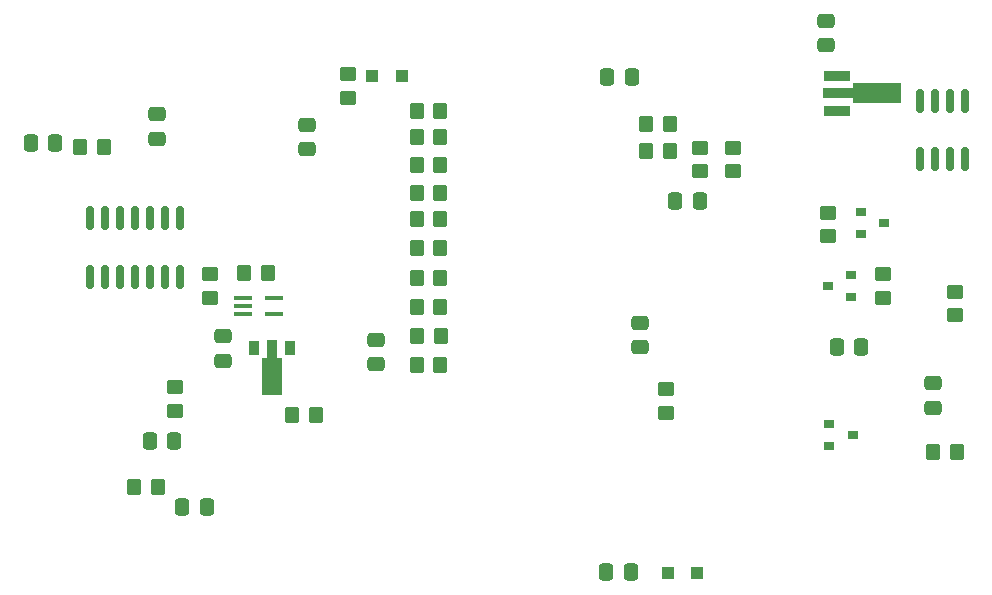
<source format=gbp>
G04 #@! TF.GenerationSoftware,KiCad,Pcbnew,6.0.2+dfsg-1*
G04 #@! TF.CreationDate,2023-03-30T12:38:24-04:00*
G04 #@! TF.ProjectId,HL2IOBoard,484c3249-4f42-46f6-9172-642e6b696361,E*
G04 #@! TF.SameCoordinates,Original*
G04 #@! TF.FileFunction,Paste,Bot*
G04 #@! TF.FilePolarity,Positive*
%FSLAX46Y46*%
G04 Gerber Fmt 4.6, Leading zero omitted, Abs format (unit mm)*
G04 Created by KiCad (PCBNEW 6.0.2+dfsg-1) date 2023-03-30 12:38:24*
%MOMM*%
%LPD*%
G01*
G04 APERTURE LIST*
G04 Aperture macros list*
%AMRoundRect*
0 Rectangle with rounded corners*
0 $1 Rounding radius*
0 $2 $3 $4 $5 $6 $7 $8 $9 X,Y pos of 4 corners*
0 Add a 4 corners polygon primitive as box body*
4,1,4,$2,$3,$4,$5,$6,$7,$8,$9,$2,$3,0*
0 Add four circle primitives for the rounded corners*
1,1,$1+$1,$2,$3*
1,1,$1+$1,$4,$5*
1,1,$1+$1,$6,$7*
1,1,$1+$1,$8,$9*
0 Add four rect primitives between the rounded corners*
20,1,$1+$1,$2,$3,$4,$5,0*
20,1,$1+$1,$4,$5,$6,$7,0*
20,1,$1+$1,$6,$7,$8,$9,0*
20,1,$1+$1,$8,$9,$2,$3,0*%
%AMFreePoly0*
4,1,9,5.362500,-0.866500,1.237500,-0.866500,1.237500,-0.450000,-1.237500,-0.450000,-1.237500,0.450000,1.237500,0.450000,1.237500,0.866500,5.362500,0.866500,5.362500,-0.866500,5.362500,-0.866500,$1*%
%AMFreePoly1*
4,1,9,3.862500,-0.866500,0.737500,-0.866500,0.737500,-0.450000,-0.737500,-0.450000,-0.737500,0.450000,0.737500,0.450000,0.737500,0.866500,3.862500,0.866500,3.862500,-0.866500,3.862500,-0.866500,$1*%
G04 Aperture macros list end*
%ADD10RoundRect,0.250000X-0.475000X0.337500X-0.475000X-0.337500X0.475000X-0.337500X0.475000X0.337500X0*%
%ADD11RoundRect,0.250000X0.337500X0.475000X-0.337500X0.475000X-0.337500X-0.475000X0.337500X-0.475000X0*%
%ADD12RoundRect,0.250000X0.475000X-0.337500X0.475000X0.337500X-0.475000X0.337500X-0.475000X-0.337500X0*%
%ADD13R,0.900000X0.800000*%
%ADD14R,2.300000X0.900000*%
%ADD15FreePoly0,0.000000*%
%ADD16RoundRect,0.250000X-0.450000X0.350000X-0.450000X-0.350000X0.450000X-0.350000X0.450000X0.350000X0*%
%ADD17RoundRect,0.250000X0.450000X-0.350000X0.450000X0.350000X-0.450000X0.350000X-0.450000X-0.350000X0*%
%ADD18RoundRect,0.250000X0.350000X0.450000X-0.350000X0.450000X-0.350000X-0.450000X0.350000X-0.450000X0*%
%ADD19RoundRect,0.250000X-0.350000X-0.450000X0.350000X-0.450000X0.350000X0.450000X-0.350000X0.450000X0*%
%ADD20R,1.000000X1.000000*%
%ADD21RoundRect,0.250000X-0.337500X-0.475000X0.337500X-0.475000X0.337500X0.475000X-0.337500X0.475000X0*%
%ADD22RoundRect,0.150000X0.150000X-0.825000X0.150000X0.825000X-0.150000X0.825000X-0.150000X-0.825000X0*%
%ADD23R,1.500000X0.400000*%
%ADD24R,0.900000X1.300000*%
%ADD25FreePoly1,270.000000*%
G04 APERTURE END LIST*
D10*
X176625000Y-84262500D03*
X176625000Y-86337500D03*
D11*
X179637500Y-111900000D03*
X177562500Y-111900000D03*
D12*
X132690000Y-95127500D03*
X132690000Y-93052500D03*
D11*
X160207500Y-89010000D03*
X158132500Y-89010000D03*
D13*
X176940000Y-120260000D03*
X176940000Y-118360000D03*
X178940000Y-119310000D03*
D14*
X177550000Y-91900000D03*
D15*
X177637500Y-90400000D03*
D14*
X177550000Y-88900000D03*
D16*
X136200000Y-88800000D03*
X136200000Y-90800000D03*
D12*
X160875000Y-111887500D03*
X160875000Y-109812500D03*
D17*
X163150000Y-117475000D03*
X163150000Y-115475000D03*
D13*
X178800000Y-105750000D03*
X178800000Y-107650000D03*
X176800000Y-106700000D03*
X179600000Y-102350000D03*
X179600000Y-100450000D03*
X181600000Y-101400000D03*
D17*
X176800000Y-102500000D03*
X176800000Y-100500000D03*
X181500000Y-107700000D03*
X181500000Y-105700000D03*
D18*
X144040000Y-110930000D03*
X142040000Y-110930000D03*
D19*
X141990000Y-113410000D03*
X143990000Y-113410000D03*
D18*
X144000000Y-106000000D03*
X142000000Y-106000000D03*
X144000000Y-101000000D03*
X142000000Y-101000000D03*
X144000000Y-96500000D03*
X142000000Y-96500000D03*
D19*
X142020000Y-108450000D03*
X144020000Y-108450000D03*
X142000000Y-103500000D03*
X144000000Y-103500000D03*
X142000000Y-98800000D03*
X144000000Y-98800000D03*
D20*
X165750000Y-131000000D03*
X163250000Y-131000000D03*
D18*
X144000000Y-91900000D03*
X142000000Y-91900000D03*
D19*
X142000000Y-94110000D03*
X144000000Y-94110000D03*
X161450000Y-93000000D03*
X163450000Y-93000000D03*
X161450000Y-95300000D03*
X163450000Y-95300000D03*
D10*
X138600000Y-111262500D03*
X138600000Y-113337500D03*
D21*
X158032500Y-130950000D03*
X160107500Y-130950000D03*
D16*
X166000000Y-95000000D03*
X166000000Y-97000000D03*
X168800000Y-95000000D03*
X168800000Y-97000000D03*
D22*
X188405000Y-95975000D03*
X187135000Y-95975000D03*
X185865000Y-95975000D03*
X184595000Y-95975000D03*
X184595000Y-91025000D03*
X185865000Y-91025000D03*
X187135000Y-91025000D03*
X188405000Y-91025000D03*
D10*
X120040000Y-92170000D03*
X120040000Y-94245000D03*
D19*
X131470000Y-117620000D03*
X133470000Y-117620000D03*
D17*
X187540000Y-109180000D03*
X187540000Y-107180000D03*
D23*
X127270000Y-109050000D03*
X127270000Y-108400000D03*
X127270000Y-107750000D03*
X129930000Y-107750000D03*
X129930000Y-109050000D03*
D24*
X128270000Y-111970000D03*
D25*
X129770000Y-112057500D03*
D24*
X131270000Y-111970000D03*
D12*
X185760000Y-117007500D03*
X185760000Y-114932500D03*
D16*
X124490000Y-105730000D03*
X124490000Y-107730000D03*
D18*
X129400000Y-105600000D03*
X127400000Y-105600000D03*
X187730000Y-120810000D03*
X185730000Y-120810000D03*
D10*
X125600000Y-110962500D03*
X125600000Y-113037500D03*
D21*
X122162500Y-125420000D03*
X124237500Y-125420000D03*
D11*
X121477500Y-119870000D03*
X119402500Y-119870000D03*
X111387500Y-94600000D03*
X109312500Y-94600000D03*
D20*
X140720000Y-88920000D03*
X138220000Y-88920000D03*
D18*
X120070000Y-123690000D03*
X118070000Y-123690000D03*
D16*
X121520000Y-115280000D03*
X121520000Y-117280000D03*
D18*
X115520000Y-94920000D03*
X113520000Y-94920000D03*
D22*
X121940000Y-105915000D03*
X120670000Y-105915000D03*
X119400000Y-105915000D03*
X118130000Y-105915000D03*
X116860000Y-105915000D03*
X115590000Y-105915000D03*
X114320000Y-105915000D03*
X114320000Y-100965000D03*
X115590000Y-100965000D03*
X116860000Y-100965000D03*
X118130000Y-100965000D03*
X119400000Y-100965000D03*
X120670000Y-100965000D03*
X121940000Y-100965000D03*
D21*
X163902500Y-99510000D03*
X165977500Y-99510000D03*
M02*

</source>
